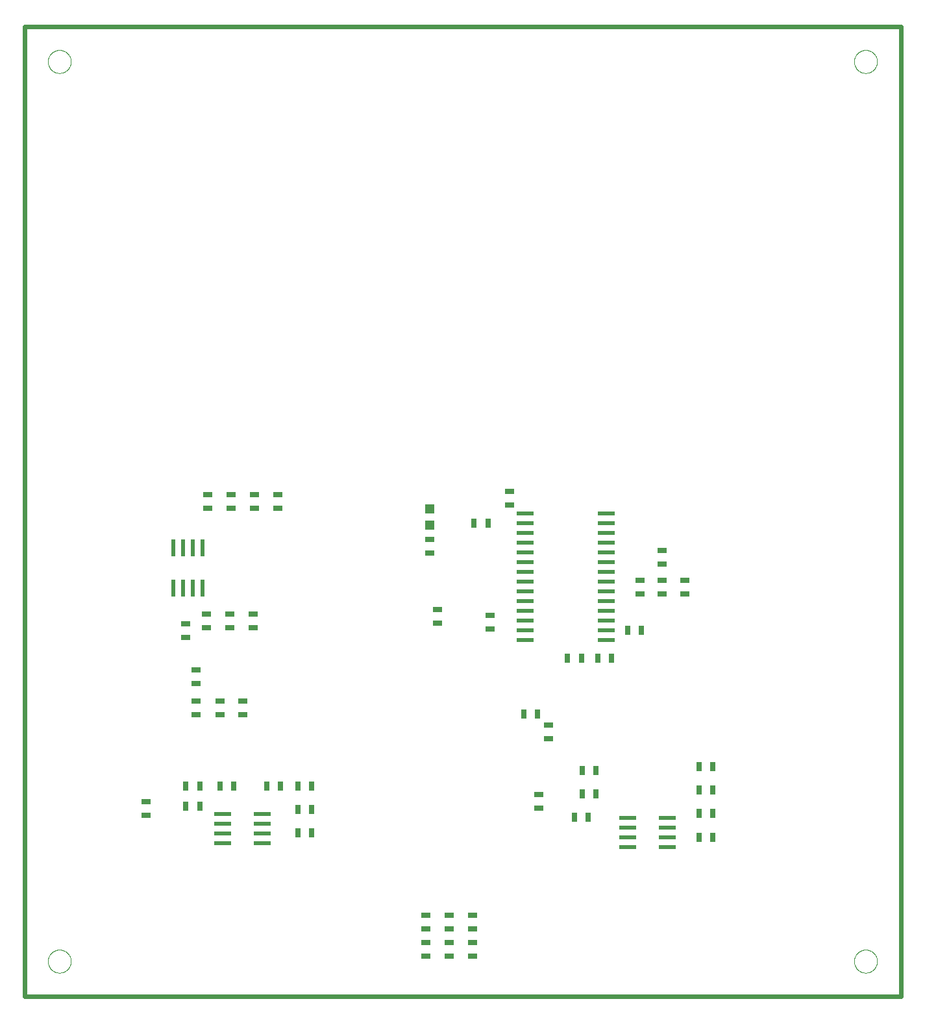
<source format=gtp>
G75*
%MOIN*%
%OFA0B0*%
%FSLAX25Y25*%
%IPPOS*%
%LPD*%
%AMOC8*
5,1,8,0,0,1.08239X$1,22.5*
%
%ADD10C,0.02400*%
%ADD11C,0.00000*%
%ADD12R,0.04724X0.03150*%
%ADD13R,0.08700X0.02400*%
%ADD14R,0.03150X0.04724*%
%ADD15R,0.02400X0.08700*%
%ADD16R,0.08701X0.02402*%
%ADD17R,0.04724X0.04724*%
D10*
X0004200Y0002200D02*
X0004200Y0500200D01*
X0454200Y0500200D01*
X0454200Y0002200D01*
X0004200Y0002200D01*
D11*
X0016294Y0020200D02*
X0016296Y0020353D01*
X0016302Y0020507D01*
X0016312Y0020660D01*
X0016326Y0020812D01*
X0016344Y0020965D01*
X0016366Y0021116D01*
X0016391Y0021267D01*
X0016421Y0021418D01*
X0016455Y0021568D01*
X0016492Y0021716D01*
X0016533Y0021864D01*
X0016578Y0022010D01*
X0016627Y0022156D01*
X0016680Y0022300D01*
X0016736Y0022442D01*
X0016796Y0022583D01*
X0016860Y0022723D01*
X0016927Y0022861D01*
X0016998Y0022997D01*
X0017073Y0023131D01*
X0017150Y0023263D01*
X0017232Y0023393D01*
X0017316Y0023521D01*
X0017404Y0023647D01*
X0017495Y0023770D01*
X0017589Y0023891D01*
X0017687Y0024009D01*
X0017787Y0024125D01*
X0017891Y0024238D01*
X0017997Y0024349D01*
X0018106Y0024457D01*
X0018218Y0024562D01*
X0018332Y0024663D01*
X0018450Y0024762D01*
X0018569Y0024858D01*
X0018691Y0024951D01*
X0018816Y0025040D01*
X0018943Y0025127D01*
X0019072Y0025209D01*
X0019203Y0025289D01*
X0019336Y0025365D01*
X0019471Y0025438D01*
X0019608Y0025507D01*
X0019747Y0025572D01*
X0019887Y0025634D01*
X0020029Y0025692D01*
X0020172Y0025747D01*
X0020317Y0025798D01*
X0020463Y0025845D01*
X0020610Y0025888D01*
X0020758Y0025927D01*
X0020907Y0025963D01*
X0021057Y0025994D01*
X0021208Y0026022D01*
X0021359Y0026046D01*
X0021512Y0026066D01*
X0021664Y0026082D01*
X0021817Y0026094D01*
X0021970Y0026102D01*
X0022123Y0026106D01*
X0022277Y0026106D01*
X0022430Y0026102D01*
X0022583Y0026094D01*
X0022736Y0026082D01*
X0022888Y0026066D01*
X0023041Y0026046D01*
X0023192Y0026022D01*
X0023343Y0025994D01*
X0023493Y0025963D01*
X0023642Y0025927D01*
X0023790Y0025888D01*
X0023937Y0025845D01*
X0024083Y0025798D01*
X0024228Y0025747D01*
X0024371Y0025692D01*
X0024513Y0025634D01*
X0024653Y0025572D01*
X0024792Y0025507D01*
X0024929Y0025438D01*
X0025064Y0025365D01*
X0025197Y0025289D01*
X0025328Y0025209D01*
X0025457Y0025127D01*
X0025584Y0025040D01*
X0025709Y0024951D01*
X0025831Y0024858D01*
X0025950Y0024762D01*
X0026068Y0024663D01*
X0026182Y0024562D01*
X0026294Y0024457D01*
X0026403Y0024349D01*
X0026509Y0024238D01*
X0026613Y0024125D01*
X0026713Y0024009D01*
X0026811Y0023891D01*
X0026905Y0023770D01*
X0026996Y0023647D01*
X0027084Y0023521D01*
X0027168Y0023393D01*
X0027250Y0023263D01*
X0027327Y0023131D01*
X0027402Y0022997D01*
X0027473Y0022861D01*
X0027540Y0022723D01*
X0027604Y0022583D01*
X0027664Y0022442D01*
X0027720Y0022300D01*
X0027773Y0022156D01*
X0027822Y0022010D01*
X0027867Y0021864D01*
X0027908Y0021716D01*
X0027945Y0021568D01*
X0027979Y0021418D01*
X0028009Y0021267D01*
X0028034Y0021116D01*
X0028056Y0020965D01*
X0028074Y0020812D01*
X0028088Y0020660D01*
X0028098Y0020507D01*
X0028104Y0020353D01*
X0028106Y0020200D01*
X0028104Y0020047D01*
X0028098Y0019893D01*
X0028088Y0019740D01*
X0028074Y0019588D01*
X0028056Y0019435D01*
X0028034Y0019284D01*
X0028009Y0019133D01*
X0027979Y0018982D01*
X0027945Y0018832D01*
X0027908Y0018684D01*
X0027867Y0018536D01*
X0027822Y0018390D01*
X0027773Y0018244D01*
X0027720Y0018100D01*
X0027664Y0017958D01*
X0027604Y0017817D01*
X0027540Y0017677D01*
X0027473Y0017539D01*
X0027402Y0017403D01*
X0027327Y0017269D01*
X0027250Y0017137D01*
X0027168Y0017007D01*
X0027084Y0016879D01*
X0026996Y0016753D01*
X0026905Y0016630D01*
X0026811Y0016509D01*
X0026713Y0016391D01*
X0026613Y0016275D01*
X0026509Y0016162D01*
X0026403Y0016051D01*
X0026294Y0015943D01*
X0026182Y0015838D01*
X0026068Y0015737D01*
X0025950Y0015638D01*
X0025831Y0015542D01*
X0025709Y0015449D01*
X0025584Y0015360D01*
X0025457Y0015273D01*
X0025328Y0015191D01*
X0025197Y0015111D01*
X0025064Y0015035D01*
X0024929Y0014962D01*
X0024792Y0014893D01*
X0024653Y0014828D01*
X0024513Y0014766D01*
X0024371Y0014708D01*
X0024228Y0014653D01*
X0024083Y0014602D01*
X0023937Y0014555D01*
X0023790Y0014512D01*
X0023642Y0014473D01*
X0023493Y0014437D01*
X0023343Y0014406D01*
X0023192Y0014378D01*
X0023041Y0014354D01*
X0022888Y0014334D01*
X0022736Y0014318D01*
X0022583Y0014306D01*
X0022430Y0014298D01*
X0022277Y0014294D01*
X0022123Y0014294D01*
X0021970Y0014298D01*
X0021817Y0014306D01*
X0021664Y0014318D01*
X0021512Y0014334D01*
X0021359Y0014354D01*
X0021208Y0014378D01*
X0021057Y0014406D01*
X0020907Y0014437D01*
X0020758Y0014473D01*
X0020610Y0014512D01*
X0020463Y0014555D01*
X0020317Y0014602D01*
X0020172Y0014653D01*
X0020029Y0014708D01*
X0019887Y0014766D01*
X0019747Y0014828D01*
X0019608Y0014893D01*
X0019471Y0014962D01*
X0019336Y0015035D01*
X0019203Y0015111D01*
X0019072Y0015191D01*
X0018943Y0015273D01*
X0018816Y0015360D01*
X0018691Y0015449D01*
X0018569Y0015542D01*
X0018450Y0015638D01*
X0018332Y0015737D01*
X0018218Y0015838D01*
X0018106Y0015943D01*
X0017997Y0016051D01*
X0017891Y0016162D01*
X0017787Y0016275D01*
X0017687Y0016391D01*
X0017589Y0016509D01*
X0017495Y0016630D01*
X0017404Y0016753D01*
X0017316Y0016879D01*
X0017232Y0017007D01*
X0017150Y0017137D01*
X0017073Y0017269D01*
X0016998Y0017403D01*
X0016927Y0017539D01*
X0016860Y0017677D01*
X0016796Y0017817D01*
X0016736Y0017958D01*
X0016680Y0018100D01*
X0016627Y0018244D01*
X0016578Y0018390D01*
X0016533Y0018536D01*
X0016492Y0018684D01*
X0016455Y0018832D01*
X0016421Y0018982D01*
X0016391Y0019133D01*
X0016366Y0019284D01*
X0016344Y0019435D01*
X0016326Y0019588D01*
X0016312Y0019740D01*
X0016302Y0019893D01*
X0016296Y0020047D01*
X0016294Y0020200D01*
X0016294Y0482200D02*
X0016296Y0482353D01*
X0016302Y0482507D01*
X0016312Y0482660D01*
X0016326Y0482812D01*
X0016344Y0482965D01*
X0016366Y0483116D01*
X0016391Y0483267D01*
X0016421Y0483418D01*
X0016455Y0483568D01*
X0016492Y0483716D01*
X0016533Y0483864D01*
X0016578Y0484010D01*
X0016627Y0484156D01*
X0016680Y0484300D01*
X0016736Y0484442D01*
X0016796Y0484583D01*
X0016860Y0484723D01*
X0016927Y0484861D01*
X0016998Y0484997D01*
X0017073Y0485131D01*
X0017150Y0485263D01*
X0017232Y0485393D01*
X0017316Y0485521D01*
X0017404Y0485647D01*
X0017495Y0485770D01*
X0017589Y0485891D01*
X0017687Y0486009D01*
X0017787Y0486125D01*
X0017891Y0486238D01*
X0017997Y0486349D01*
X0018106Y0486457D01*
X0018218Y0486562D01*
X0018332Y0486663D01*
X0018450Y0486762D01*
X0018569Y0486858D01*
X0018691Y0486951D01*
X0018816Y0487040D01*
X0018943Y0487127D01*
X0019072Y0487209D01*
X0019203Y0487289D01*
X0019336Y0487365D01*
X0019471Y0487438D01*
X0019608Y0487507D01*
X0019747Y0487572D01*
X0019887Y0487634D01*
X0020029Y0487692D01*
X0020172Y0487747D01*
X0020317Y0487798D01*
X0020463Y0487845D01*
X0020610Y0487888D01*
X0020758Y0487927D01*
X0020907Y0487963D01*
X0021057Y0487994D01*
X0021208Y0488022D01*
X0021359Y0488046D01*
X0021512Y0488066D01*
X0021664Y0488082D01*
X0021817Y0488094D01*
X0021970Y0488102D01*
X0022123Y0488106D01*
X0022277Y0488106D01*
X0022430Y0488102D01*
X0022583Y0488094D01*
X0022736Y0488082D01*
X0022888Y0488066D01*
X0023041Y0488046D01*
X0023192Y0488022D01*
X0023343Y0487994D01*
X0023493Y0487963D01*
X0023642Y0487927D01*
X0023790Y0487888D01*
X0023937Y0487845D01*
X0024083Y0487798D01*
X0024228Y0487747D01*
X0024371Y0487692D01*
X0024513Y0487634D01*
X0024653Y0487572D01*
X0024792Y0487507D01*
X0024929Y0487438D01*
X0025064Y0487365D01*
X0025197Y0487289D01*
X0025328Y0487209D01*
X0025457Y0487127D01*
X0025584Y0487040D01*
X0025709Y0486951D01*
X0025831Y0486858D01*
X0025950Y0486762D01*
X0026068Y0486663D01*
X0026182Y0486562D01*
X0026294Y0486457D01*
X0026403Y0486349D01*
X0026509Y0486238D01*
X0026613Y0486125D01*
X0026713Y0486009D01*
X0026811Y0485891D01*
X0026905Y0485770D01*
X0026996Y0485647D01*
X0027084Y0485521D01*
X0027168Y0485393D01*
X0027250Y0485263D01*
X0027327Y0485131D01*
X0027402Y0484997D01*
X0027473Y0484861D01*
X0027540Y0484723D01*
X0027604Y0484583D01*
X0027664Y0484442D01*
X0027720Y0484300D01*
X0027773Y0484156D01*
X0027822Y0484010D01*
X0027867Y0483864D01*
X0027908Y0483716D01*
X0027945Y0483568D01*
X0027979Y0483418D01*
X0028009Y0483267D01*
X0028034Y0483116D01*
X0028056Y0482965D01*
X0028074Y0482812D01*
X0028088Y0482660D01*
X0028098Y0482507D01*
X0028104Y0482353D01*
X0028106Y0482200D01*
X0028104Y0482047D01*
X0028098Y0481893D01*
X0028088Y0481740D01*
X0028074Y0481588D01*
X0028056Y0481435D01*
X0028034Y0481284D01*
X0028009Y0481133D01*
X0027979Y0480982D01*
X0027945Y0480832D01*
X0027908Y0480684D01*
X0027867Y0480536D01*
X0027822Y0480390D01*
X0027773Y0480244D01*
X0027720Y0480100D01*
X0027664Y0479958D01*
X0027604Y0479817D01*
X0027540Y0479677D01*
X0027473Y0479539D01*
X0027402Y0479403D01*
X0027327Y0479269D01*
X0027250Y0479137D01*
X0027168Y0479007D01*
X0027084Y0478879D01*
X0026996Y0478753D01*
X0026905Y0478630D01*
X0026811Y0478509D01*
X0026713Y0478391D01*
X0026613Y0478275D01*
X0026509Y0478162D01*
X0026403Y0478051D01*
X0026294Y0477943D01*
X0026182Y0477838D01*
X0026068Y0477737D01*
X0025950Y0477638D01*
X0025831Y0477542D01*
X0025709Y0477449D01*
X0025584Y0477360D01*
X0025457Y0477273D01*
X0025328Y0477191D01*
X0025197Y0477111D01*
X0025064Y0477035D01*
X0024929Y0476962D01*
X0024792Y0476893D01*
X0024653Y0476828D01*
X0024513Y0476766D01*
X0024371Y0476708D01*
X0024228Y0476653D01*
X0024083Y0476602D01*
X0023937Y0476555D01*
X0023790Y0476512D01*
X0023642Y0476473D01*
X0023493Y0476437D01*
X0023343Y0476406D01*
X0023192Y0476378D01*
X0023041Y0476354D01*
X0022888Y0476334D01*
X0022736Y0476318D01*
X0022583Y0476306D01*
X0022430Y0476298D01*
X0022277Y0476294D01*
X0022123Y0476294D01*
X0021970Y0476298D01*
X0021817Y0476306D01*
X0021664Y0476318D01*
X0021512Y0476334D01*
X0021359Y0476354D01*
X0021208Y0476378D01*
X0021057Y0476406D01*
X0020907Y0476437D01*
X0020758Y0476473D01*
X0020610Y0476512D01*
X0020463Y0476555D01*
X0020317Y0476602D01*
X0020172Y0476653D01*
X0020029Y0476708D01*
X0019887Y0476766D01*
X0019747Y0476828D01*
X0019608Y0476893D01*
X0019471Y0476962D01*
X0019336Y0477035D01*
X0019203Y0477111D01*
X0019072Y0477191D01*
X0018943Y0477273D01*
X0018816Y0477360D01*
X0018691Y0477449D01*
X0018569Y0477542D01*
X0018450Y0477638D01*
X0018332Y0477737D01*
X0018218Y0477838D01*
X0018106Y0477943D01*
X0017997Y0478051D01*
X0017891Y0478162D01*
X0017787Y0478275D01*
X0017687Y0478391D01*
X0017589Y0478509D01*
X0017495Y0478630D01*
X0017404Y0478753D01*
X0017316Y0478879D01*
X0017232Y0479007D01*
X0017150Y0479137D01*
X0017073Y0479269D01*
X0016998Y0479403D01*
X0016927Y0479539D01*
X0016860Y0479677D01*
X0016796Y0479817D01*
X0016736Y0479958D01*
X0016680Y0480100D01*
X0016627Y0480244D01*
X0016578Y0480390D01*
X0016533Y0480536D01*
X0016492Y0480684D01*
X0016455Y0480832D01*
X0016421Y0480982D01*
X0016391Y0481133D01*
X0016366Y0481284D01*
X0016344Y0481435D01*
X0016326Y0481588D01*
X0016312Y0481740D01*
X0016302Y0481893D01*
X0016296Y0482047D01*
X0016294Y0482200D01*
X0430294Y0482200D02*
X0430296Y0482353D01*
X0430302Y0482507D01*
X0430312Y0482660D01*
X0430326Y0482812D01*
X0430344Y0482965D01*
X0430366Y0483116D01*
X0430391Y0483267D01*
X0430421Y0483418D01*
X0430455Y0483568D01*
X0430492Y0483716D01*
X0430533Y0483864D01*
X0430578Y0484010D01*
X0430627Y0484156D01*
X0430680Y0484300D01*
X0430736Y0484442D01*
X0430796Y0484583D01*
X0430860Y0484723D01*
X0430927Y0484861D01*
X0430998Y0484997D01*
X0431073Y0485131D01*
X0431150Y0485263D01*
X0431232Y0485393D01*
X0431316Y0485521D01*
X0431404Y0485647D01*
X0431495Y0485770D01*
X0431589Y0485891D01*
X0431687Y0486009D01*
X0431787Y0486125D01*
X0431891Y0486238D01*
X0431997Y0486349D01*
X0432106Y0486457D01*
X0432218Y0486562D01*
X0432332Y0486663D01*
X0432450Y0486762D01*
X0432569Y0486858D01*
X0432691Y0486951D01*
X0432816Y0487040D01*
X0432943Y0487127D01*
X0433072Y0487209D01*
X0433203Y0487289D01*
X0433336Y0487365D01*
X0433471Y0487438D01*
X0433608Y0487507D01*
X0433747Y0487572D01*
X0433887Y0487634D01*
X0434029Y0487692D01*
X0434172Y0487747D01*
X0434317Y0487798D01*
X0434463Y0487845D01*
X0434610Y0487888D01*
X0434758Y0487927D01*
X0434907Y0487963D01*
X0435057Y0487994D01*
X0435208Y0488022D01*
X0435359Y0488046D01*
X0435512Y0488066D01*
X0435664Y0488082D01*
X0435817Y0488094D01*
X0435970Y0488102D01*
X0436123Y0488106D01*
X0436277Y0488106D01*
X0436430Y0488102D01*
X0436583Y0488094D01*
X0436736Y0488082D01*
X0436888Y0488066D01*
X0437041Y0488046D01*
X0437192Y0488022D01*
X0437343Y0487994D01*
X0437493Y0487963D01*
X0437642Y0487927D01*
X0437790Y0487888D01*
X0437937Y0487845D01*
X0438083Y0487798D01*
X0438228Y0487747D01*
X0438371Y0487692D01*
X0438513Y0487634D01*
X0438653Y0487572D01*
X0438792Y0487507D01*
X0438929Y0487438D01*
X0439064Y0487365D01*
X0439197Y0487289D01*
X0439328Y0487209D01*
X0439457Y0487127D01*
X0439584Y0487040D01*
X0439709Y0486951D01*
X0439831Y0486858D01*
X0439950Y0486762D01*
X0440068Y0486663D01*
X0440182Y0486562D01*
X0440294Y0486457D01*
X0440403Y0486349D01*
X0440509Y0486238D01*
X0440613Y0486125D01*
X0440713Y0486009D01*
X0440811Y0485891D01*
X0440905Y0485770D01*
X0440996Y0485647D01*
X0441084Y0485521D01*
X0441168Y0485393D01*
X0441250Y0485263D01*
X0441327Y0485131D01*
X0441402Y0484997D01*
X0441473Y0484861D01*
X0441540Y0484723D01*
X0441604Y0484583D01*
X0441664Y0484442D01*
X0441720Y0484300D01*
X0441773Y0484156D01*
X0441822Y0484010D01*
X0441867Y0483864D01*
X0441908Y0483716D01*
X0441945Y0483568D01*
X0441979Y0483418D01*
X0442009Y0483267D01*
X0442034Y0483116D01*
X0442056Y0482965D01*
X0442074Y0482812D01*
X0442088Y0482660D01*
X0442098Y0482507D01*
X0442104Y0482353D01*
X0442106Y0482200D01*
X0442104Y0482047D01*
X0442098Y0481893D01*
X0442088Y0481740D01*
X0442074Y0481588D01*
X0442056Y0481435D01*
X0442034Y0481284D01*
X0442009Y0481133D01*
X0441979Y0480982D01*
X0441945Y0480832D01*
X0441908Y0480684D01*
X0441867Y0480536D01*
X0441822Y0480390D01*
X0441773Y0480244D01*
X0441720Y0480100D01*
X0441664Y0479958D01*
X0441604Y0479817D01*
X0441540Y0479677D01*
X0441473Y0479539D01*
X0441402Y0479403D01*
X0441327Y0479269D01*
X0441250Y0479137D01*
X0441168Y0479007D01*
X0441084Y0478879D01*
X0440996Y0478753D01*
X0440905Y0478630D01*
X0440811Y0478509D01*
X0440713Y0478391D01*
X0440613Y0478275D01*
X0440509Y0478162D01*
X0440403Y0478051D01*
X0440294Y0477943D01*
X0440182Y0477838D01*
X0440068Y0477737D01*
X0439950Y0477638D01*
X0439831Y0477542D01*
X0439709Y0477449D01*
X0439584Y0477360D01*
X0439457Y0477273D01*
X0439328Y0477191D01*
X0439197Y0477111D01*
X0439064Y0477035D01*
X0438929Y0476962D01*
X0438792Y0476893D01*
X0438653Y0476828D01*
X0438513Y0476766D01*
X0438371Y0476708D01*
X0438228Y0476653D01*
X0438083Y0476602D01*
X0437937Y0476555D01*
X0437790Y0476512D01*
X0437642Y0476473D01*
X0437493Y0476437D01*
X0437343Y0476406D01*
X0437192Y0476378D01*
X0437041Y0476354D01*
X0436888Y0476334D01*
X0436736Y0476318D01*
X0436583Y0476306D01*
X0436430Y0476298D01*
X0436277Y0476294D01*
X0436123Y0476294D01*
X0435970Y0476298D01*
X0435817Y0476306D01*
X0435664Y0476318D01*
X0435512Y0476334D01*
X0435359Y0476354D01*
X0435208Y0476378D01*
X0435057Y0476406D01*
X0434907Y0476437D01*
X0434758Y0476473D01*
X0434610Y0476512D01*
X0434463Y0476555D01*
X0434317Y0476602D01*
X0434172Y0476653D01*
X0434029Y0476708D01*
X0433887Y0476766D01*
X0433747Y0476828D01*
X0433608Y0476893D01*
X0433471Y0476962D01*
X0433336Y0477035D01*
X0433203Y0477111D01*
X0433072Y0477191D01*
X0432943Y0477273D01*
X0432816Y0477360D01*
X0432691Y0477449D01*
X0432569Y0477542D01*
X0432450Y0477638D01*
X0432332Y0477737D01*
X0432218Y0477838D01*
X0432106Y0477943D01*
X0431997Y0478051D01*
X0431891Y0478162D01*
X0431787Y0478275D01*
X0431687Y0478391D01*
X0431589Y0478509D01*
X0431495Y0478630D01*
X0431404Y0478753D01*
X0431316Y0478879D01*
X0431232Y0479007D01*
X0431150Y0479137D01*
X0431073Y0479269D01*
X0430998Y0479403D01*
X0430927Y0479539D01*
X0430860Y0479677D01*
X0430796Y0479817D01*
X0430736Y0479958D01*
X0430680Y0480100D01*
X0430627Y0480244D01*
X0430578Y0480390D01*
X0430533Y0480536D01*
X0430492Y0480684D01*
X0430455Y0480832D01*
X0430421Y0480982D01*
X0430391Y0481133D01*
X0430366Y0481284D01*
X0430344Y0481435D01*
X0430326Y0481588D01*
X0430312Y0481740D01*
X0430302Y0481893D01*
X0430296Y0482047D01*
X0430294Y0482200D01*
X0430294Y0020200D02*
X0430296Y0020353D01*
X0430302Y0020507D01*
X0430312Y0020660D01*
X0430326Y0020812D01*
X0430344Y0020965D01*
X0430366Y0021116D01*
X0430391Y0021267D01*
X0430421Y0021418D01*
X0430455Y0021568D01*
X0430492Y0021716D01*
X0430533Y0021864D01*
X0430578Y0022010D01*
X0430627Y0022156D01*
X0430680Y0022300D01*
X0430736Y0022442D01*
X0430796Y0022583D01*
X0430860Y0022723D01*
X0430927Y0022861D01*
X0430998Y0022997D01*
X0431073Y0023131D01*
X0431150Y0023263D01*
X0431232Y0023393D01*
X0431316Y0023521D01*
X0431404Y0023647D01*
X0431495Y0023770D01*
X0431589Y0023891D01*
X0431687Y0024009D01*
X0431787Y0024125D01*
X0431891Y0024238D01*
X0431997Y0024349D01*
X0432106Y0024457D01*
X0432218Y0024562D01*
X0432332Y0024663D01*
X0432450Y0024762D01*
X0432569Y0024858D01*
X0432691Y0024951D01*
X0432816Y0025040D01*
X0432943Y0025127D01*
X0433072Y0025209D01*
X0433203Y0025289D01*
X0433336Y0025365D01*
X0433471Y0025438D01*
X0433608Y0025507D01*
X0433747Y0025572D01*
X0433887Y0025634D01*
X0434029Y0025692D01*
X0434172Y0025747D01*
X0434317Y0025798D01*
X0434463Y0025845D01*
X0434610Y0025888D01*
X0434758Y0025927D01*
X0434907Y0025963D01*
X0435057Y0025994D01*
X0435208Y0026022D01*
X0435359Y0026046D01*
X0435512Y0026066D01*
X0435664Y0026082D01*
X0435817Y0026094D01*
X0435970Y0026102D01*
X0436123Y0026106D01*
X0436277Y0026106D01*
X0436430Y0026102D01*
X0436583Y0026094D01*
X0436736Y0026082D01*
X0436888Y0026066D01*
X0437041Y0026046D01*
X0437192Y0026022D01*
X0437343Y0025994D01*
X0437493Y0025963D01*
X0437642Y0025927D01*
X0437790Y0025888D01*
X0437937Y0025845D01*
X0438083Y0025798D01*
X0438228Y0025747D01*
X0438371Y0025692D01*
X0438513Y0025634D01*
X0438653Y0025572D01*
X0438792Y0025507D01*
X0438929Y0025438D01*
X0439064Y0025365D01*
X0439197Y0025289D01*
X0439328Y0025209D01*
X0439457Y0025127D01*
X0439584Y0025040D01*
X0439709Y0024951D01*
X0439831Y0024858D01*
X0439950Y0024762D01*
X0440068Y0024663D01*
X0440182Y0024562D01*
X0440294Y0024457D01*
X0440403Y0024349D01*
X0440509Y0024238D01*
X0440613Y0024125D01*
X0440713Y0024009D01*
X0440811Y0023891D01*
X0440905Y0023770D01*
X0440996Y0023647D01*
X0441084Y0023521D01*
X0441168Y0023393D01*
X0441250Y0023263D01*
X0441327Y0023131D01*
X0441402Y0022997D01*
X0441473Y0022861D01*
X0441540Y0022723D01*
X0441604Y0022583D01*
X0441664Y0022442D01*
X0441720Y0022300D01*
X0441773Y0022156D01*
X0441822Y0022010D01*
X0441867Y0021864D01*
X0441908Y0021716D01*
X0441945Y0021568D01*
X0441979Y0021418D01*
X0442009Y0021267D01*
X0442034Y0021116D01*
X0442056Y0020965D01*
X0442074Y0020812D01*
X0442088Y0020660D01*
X0442098Y0020507D01*
X0442104Y0020353D01*
X0442106Y0020200D01*
X0442104Y0020047D01*
X0442098Y0019893D01*
X0442088Y0019740D01*
X0442074Y0019588D01*
X0442056Y0019435D01*
X0442034Y0019284D01*
X0442009Y0019133D01*
X0441979Y0018982D01*
X0441945Y0018832D01*
X0441908Y0018684D01*
X0441867Y0018536D01*
X0441822Y0018390D01*
X0441773Y0018244D01*
X0441720Y0018100D01*
X0441664Y0017958D01*
X0441604Y0017817D01*
X0441540Y0017677D01*
X0441473Y0017539D01*
X0441402Y0017403D01*
X0441327Y0017269D01*
X0441250Y0017137D01*
X0441168Y0017007D01*
X0441084Y0016879D01*
X0440996Y0016753D01*
X0440905Y0016630D01*
X0440811Y0016509D01*
X0440713Y0016391D01*
X0440613Y0016275D01*
X0440509Y0016162D01*
X0440403Y0016051D01*
X0440294Y0015943D01*
X0440182Y0015838D01*
X0440068Y0015737D01*
X0439950Y0015638D01*
X0439831Y0015542D01*
X0439709Y0015449D01*
X0439584Y0015360D01*
X0439457Y0015273D01*
X0439328Y0015191D01*
X0439197Y0015111D01*
X0439064Y0015035D01*
X0438929Y0014962D01*
X0438792Y0014893D01*
X0438653Y0014828D01*
X0438513Y0014766D01*
X0438371Y0014708D01*
X0438228Y0014653D01*
X0438083Y0014602D01*
X0437937Y0014555D01*
X0437790Y0014512D01*
X0437642Y0014473D01*
X0437493Y0014437D01*
X0437343Y0014406D01*
X0437192Y0014378D01*
X0437041Y0014354D01*
X0436888Y0014334D01*
X0436736Y0014318D01*
X0436583Y0014306D01*
X0436430Y0014298D01*
X0436277Y0014294D01*
X0436123Y0014294D01*
X0435970Y0014298D01*
X0435817Y0014306D01*
X0435664Y0014318D01*
X0435512Y0014334D01*
X0435359Y0014354D01*
X0435208Y0014378D01*
X0435057Y0014406D01*
X0434907Y0014437D01*
X0434758Y0014473D01*
X0434610Y0014512D01*
X0434463Y0014555D01*
X0434317Y0014602D01*
X0434172Y0014653D01*
X0434029Y0014708D01*
X0433887Y0014766D01*
X0433747Y0014828D01*
X0433608Y0014893D01*
X0433471Y0014962D01*
X0433336Y0015035D01*
X0433203Y0015111D01*
X0433072Y0015191D01*
X0432943Y0015273D01*
X0432816Y0015360D01*
X0432691Y0015449D01*
X0432569Y0015542D01*
X0432450Y0015638D01*
X0432332Y0015737D01*
X0432218Y0015838D01*
X0432106Y0015943D01*
X0431997Y0016051D01*
X0431891Y0016162D01*
X0431787Y0016275D01*
X0431687Y0016391D01*
X0431589Y0016509D01*
X0431495Y0016630D01*
X0431404Y0016753D01*
X0431316Y0016879D01*
X0431232Y0017007D01*
X0431150Y0017137D01*
X0431073Y0017269D01*
X0430998Y0017403D01*
X0430927Y0017539D01*
X0430860Y0017677D01*
X0430796Y0017817D01*
X0430736Y0017958D01*
X0430680Y0018100D01*
X0430627Y0018244D01*
X0430578Y0018390D01*
X0430533Y0018536D01*
X0430492Y0018684D01*
X0430455Y0018832D01*
X0430421Y0018982D01*
X0430391Y0019133D01*
X0430366Y0019284D01*
X0430344Y0019435D01*
X0430326Y0019588D01*
X0430312Y0019740D01*
X0430302Y0019893D01*
X0430296Y0020047D01*
X0430294Y0020200D01*
D12*
X0273200Y0134357D03*
X0273200Y0141443D03*
X0268200Y0105743D03*
X0268200Y0098657D03*
X0234200Y0043743D03*
X0234200Y0036657D03*
X0234200Y0029743D03*
X0234200Y0022657D03*
X0222200Y0022657D03*
X0222200Y0029743D03*
X0222200Y0036657D03*
X0222200Y0043743D03*
X0210200Y0043743D03*
X0210200Y0036657D03*
X0210200Y0029743D03*
X0210200Y0022657D03*
X0116200Y0146657D03*
X0116200Y0153743D03*
X0104700Y0153743D03*
X0104700Y0146657D03*
X0092200Y0146657D03*
X0092200Y0153743D03*
X0092200Y0162657D03*
X0092200Y0169743D03*
X0087100Y0186457D03*
X0087100Y0193543D03*
X0097600Y0191457D03*
X0097600Y0198543D03*
X0109600Y0198543D03*
X0109600Y0191457D03*
X0121600Y0191457D03*
X0121600Y0198543D03*
X0122200Y0252657D03*
X0122200Y0259743D03*
X0110200Y0259743D03*
X0110200Y0252657D03*
X0098200Y0252657D03*
X0098200Y0259743D03*
X0134200Y0259743D03*
X0134200Y0252657D03*
X0212200Y0236743D03*
X0212200Y0229657D03*
X0216200Y0200743D03*
X0216200Y0193657D03*
X0243200Y0190657D03*
X0243200Y0197743D03*
X0253200Y0254457D03*
X0253200Y0261543D03*
X0320200Y0215743D03*
X0320200Y0208657D03*
X0331700Y0208657D03*
X0331700Y0215743D03*
X0331700Y0224157D03*
X0331700Y0231243D03*
X0343200Y0215743D03*
X0343200Y0208657D03*
X0066700Y0102143D03*
X0066700Y0095057D03*
D13*
X0105900Y0095700D03*
X0105900Y0090700D03*
X0105900Y0085700D03*
X0105900Y0080700D03*
X0126500Y0080700D03*
X0126500Y0085700D03*
X0126500Y0090700D03*
X0126500Y0095700D03*
X0313900Y0093700D03*
X0313900Y0088700D03*
X0313900Y0083700D03*
X0313900Y0078700D03*
X0334500Y0078700D03*
X0334500Y0083700D03*
X0334500Y0088700D03*
X0334500Y0093700D03*
D14*
X0350657Y0096200D03*
X0357743Y0096200D03*
X0357743Y0108200D03*
X0350657Y0108200D03*
X0350657Y0120200D03*
X0357743Y0120200D03*
X0357743Y0083700D03*
X0350657Y0083700D03*
X0297743Y0106200D03*
X0290657Y0106200D03*
X0290657Y0118200D03*
X0297743Y0118200D03*
X0293743Y0094200D03*
X0286657Y0094200D03*
X0267743Y0147200D03*
X0260657Y0147200D03*
X0283157Y0175700D03*
X0290243Y0175700D03*
X0298657Y0175700D03*
X0305743Y0175700D03*
X0313957Y0190200D03*
X0321043Y0190200D03*
X0242243Y0245200D03*
X0235157Y0245200D03*
X0151743Y0110200D03*
X0144657Y0110200D03*
X0135743Y0110200D03*
X0128657Y0110200D03*
X0144657Y0098200D03*
X0151743Y0098200D03*
X0151743Y0086200D03*
X0144657Y0086200D03*
X0111743Y0110200D03*
X0104657Y0110200D03*
X0094243Y0110200D03*
X0087157Y0110200D03*
X0087157Y0099700D03*
X0094243Y0099700D03*
D15*
X0095700Y0211900D03*
X0090700Y0211900D03*
X0085700Y0211900D03*
X0080700Y0211900D03*
X0080700Y0232500D03*
X0085700Y0232500D03*
X0090700Y0232500D03*
X0095700Y0232500D03*
D16*
X0261275Y0230200D03*
X0261275Y0225200D03*
X0261275Y0220200D03*
X0261275Y0215200D03*
X0261275Y0210200D03*
X0261275Y0205200D03*
X0261275Y0200200D03*
X0261275Y0195200D03*
X0261275Y0190200D03*
X0261275Y0185200D03*
X0303125Y0185200D03*
X0303125Y0190200D03*
X0303125Y0195200D03*
X0303125Y0200200D03*
X0303125Y0205200D03*
X0303125Y0210200D03*
X0303125Y0215200D03*
X0303125Y0220200D03*
X0303125Y0225200D03*
X0303125Y0230200D03*
X0303125Y0235200D03*
X0303125Y0240200D03*
X0303125Y0245200D03*
X0303125Y0250200D03*
X0261275Y0250200D03*
X0261275Y0245200D03*
X0261275Y0240200D03*
X0261275Y0235200D03*
D17*
X0212200Y0244066D03*
X0212200Y0252334D03*
M02*

</source>
